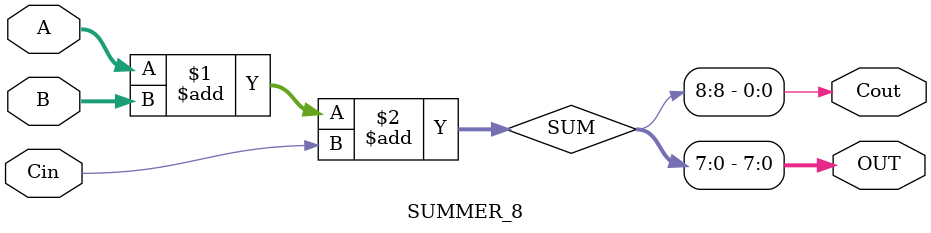
<source format=v>
module SUMMER_8(
    output [7:0] OUT,
    output Cout,
    input [7:0] A,
    input [7:0] B,
    input Cin);
    wire [8:0] SUM;
    assign SUM=A+B+Cin;
    assign OUT[7:0]=SUM[7:0];
    assign Cout=SUM[8];
endmodule
</source>
